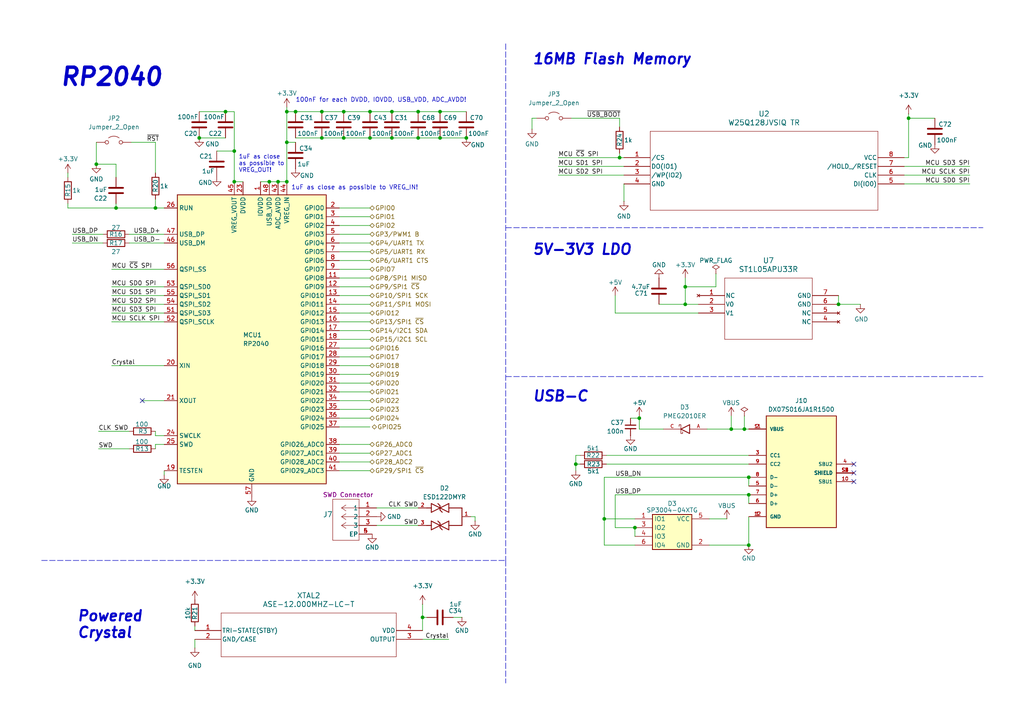
<source format=kicad_sch>
(kicad_sch (version 20250114) (generator "eeschema") (generator_version "9.0")
  (paper "A4")
  (title_block (title "RP2040 Standard") (company "Porto Space Team") (comment 1 "Miguel Amorim"))
  (lib_symbols
    (symbol "16MB_Flash:W25Q128JVSIQ_TR" (pin_names (offset 0.254))
      (property "Reference" "U" (at 40.64 12.7 0))
      (property "Value" "W25Q128JVSIQ TR" (at 40.64 10.16 0))
      (symbol "W25Q128JVSIQ_TR_0_1"
        (pin input line (at 0 0 0) (length 7.62) (name "/CS") (number "1"))
        (pin bidirectional line (at 0 -2.54 0) (length 7.62) (name "DO(IO1)") (number "2"))
        (pin bidirectional line (at 0 -5.08 0) (length 7.62) (name "/WP(IO2)") (number "3"))
        (pin passive line (at 0 -7.62 0) (length 7.62) (name "GND") (number "4"))
        (pin passive line (at 81.28 0 180) (length 7.62) (name "VCC") (number "8"))
        (pin bidirectional line (at 81.28 -2.54 180) (length 7.62) (name "/HOLD_/RESET") (number "7"))
        (pin input line (at 81.28 -5.08 180) (length 7.62) (name "CLK") (number "6"))
        (pin bidirectional line (at 81.28 -7.62 180) (length 7.62) (name "DI(IO0)") (number "5"))
      )
    )
    (symbol "AS12MHz:ASE-12.000MHZ-LC-T" (pin_names (offset 0.254))
      (property "Reference" "XTAL" (at 33.02 10.16 0))
      (property "Value" "ASE-12.000MHZ-LC-T" (at 33.02 7.62 0))
      (symbol "ASE-12.000MHZ-LC-T_0_1"
        (pin passive line (at 0 0 0) (length 7.62) (name "TRI-STATE(STBY)") (number "1"))
        (pin passive line (at 0 -2.54 0) (length 7.62) (name "GND/CASE") (number "2"))
        (pin power_in line (at 66.04 0 180) (length 7.62) (name "VDD") (number "4"))
        (pin output line (at 66.04 -2.54 180) (length 7.62) (name "OUTPUT") (number "3"))
      )
    )
    (symbol "DX07S016JA1R1500:DX07S016JA1R1500" (pin_names (offset 1.016))
      (property "Reference" "J" (at -9.906 16.002 0))
      (property "Value" "DX07S016JA1R1500" (at -9.652 -17.78 0))
      (symbol "DX07S016JA1R1500_0_0"
        (pin passive line (at -15.24 11.43 0) (length 5.08) (name "VBUS") (number "11"))
        (pin passive line (at -15.24 11.43 0) (length 5.08) (name "VBUS") (number "2"))
        (pin passive line (at -15.24 3.81 0) (length 5.08) (name "CC1") (number "3"))
        (pin passive line (at -15.24 1.27 0) (length 5.08) (name "CC2") (number "9"))
        (pin passive line (at -15.24 -2.54 0) (length 5.08) (name "D-") (number "8"))
        (pin passive line (at -15.24 -5.08 0) (length 5.08) (name "D-") (number "5"))
        (pin passive line (at -15.24 -7.62 0) (length 5.08) (name "D+") (number "7"))
        (pin passive line (at -15.24 -10.16 0) (length 5.08) (name "D+") (number "6"))
        (pin power_in line (at -15.24 -13.97 0) (length 5.08) (name "GND") (number "1"))
        (pin power_in line (at -15.24 -13.97 0) (length 5.08) (name "GND") (number "12"))
        (pin passive line (at 15.24 1.27 180) (length 5.08) (name "SBU2") (number "4"))
        (pin passive line (at 15.24 -1.27 180) (length 5.08) (name "SHIELD") (number "S1"))
        (pin passive line (at 15.24 -1.27 180) (length 5.08) (name "SHIELD") (number "S2"))
        (pin passive line (at 15.24 -1.27 180) (length 5.08) (name "SHIELD") (number "S3"))
        (pin passive line (at 15.24 -1.27 180) (length 5.08) (name "SHIELD") (number "S4"))
        (pin passive line (at 15.24 -1.27 180) (length 5.08) (name "SHIELD") (number "S5"))
        (pin passive line (at 15.24 -1.27 180) (length 5.08) (name "SHIELD") (number "S6"))
        (pin passive line (at 15.24 -3.81 180) (length 5.08) (name "SBU1") (number "10"))
      )
    )
    (symbol "Device:C" (pin_numbers (hide yes)) (pin_names (offset 0.254))
      (property "Reference" "C" (at 0.635 2.54 0))
      (property "Value" "C" (at 0.635 -2.54 0))
      (symbol "C_1_1"
        (pin passive line (at 0 3.81 270) (length 2.794) (name "~") (number "1"))
        (pin passive line (at 0 -3.81 90) (length 2.794) (name "~") (number "2"))
      )
    )
    (symbol "Device:C_Small" (pin_numbers (hide yes)) (pin_names (offset 0.254) (hide yes))
      (property "Reference" "C" (at 0.254 1.778 0))
      (property "Value" "C_Small" (at 0.254 -2.032 0))
      (symbol "C_Small_1_1"
        (pin passive line (at 0 2.54 270) (length 2.032) (name "~") (number "1"))
        (pin passive line (at 0 -2.54 90) (length 2.032) (name "~") (number "2"))
      )
    )
    (symbol "Device:R" (pin_numbers (hide yes)) (pin_names (offset 0))
      (property "Reference" "R" (at 2.032 0 90))
      (property "Value" "R" (at 0 0 90))
      (symbol "R_1_1"
        (pin passive line (at 0 3.81 270) (length 1.27) (name "~") (number "1"))
        (pin passive line (at 0 -3.81 90) (length 1.27) (name "~") (number "2"))
      )
    )
    (symbol "ESD122DMYR:ESD122DMYR" (pin_names (offset 1.016))
      (property "Reference" "D" (at -7.62 5.08 0))
      (property "Value" "ESD122DMYR" (at -7.62 -7.62 0))
      (symbol "ESD122DMYR_0_0"
        (pin passive line (at -7.62 2.54 0) (length 2.54) (name "~") (number "2"))
        (pin passive line (at -7.62 -2.54 0) (length 2.54) (name "~") (number "3"))
        (pin power_in line (at 7.62 0 180) (length 2.54) (name "~") (number "1"))
      )
    )
    (symbol "Jumper:Jumper_2_Open" (pin_numbers (hide yes)) (pin_names (offset 0) (hide yes))
      (property "Reference" "JP" (at 0 2.794 0))
      (property "Value" "Jumper_2_Open" (at 0 -2.286 0))
      (symbol "Jumper_2_Open_1_1"
        (pin passive line (at -5.08 0 0) (length 2.54) (name "A") (number "1"))
        (pin passive line (at 5.08 0 180) (length 2.54) (name "B") (number "2"))
      )
    )
    (symbol "LDO_ST1L05A:ST1L05APU33R" (pin_names (offset 0.254))
      (property "Reference" "U" (at 20.32 10.16 0))
      (property "Value" "ST1L05APU33R" (at 20.32 7.62 0))
      (symbol "ST1L05APU33R_0_1"
        (pin no_connect line (at 0 0 0) (length 7.62) (name "NC") (number "1"))
        (pin passive line (at 0 -2.54 0) (length 7.62) (name "V0") (number "2"))
        (pin passive line (at 0 -5.08 0) (length 7.62) (name "V1") (number "3"))
        (pin passive line (at 40.64 0 180) (length 7.62) (name "GND") (number "7"))
        (pin passive line (at 40.64 -2.54 180) (length 7.62) (name "GND") (number "6"))
        (pin no_connect line (at 40.64 -5.08 180) (length 7.62) (name "NC") (number "5"))
        (pin no_connect line (at 40.64 -7.62 180) (length 7.62) (name "NC") (number "4"))
      )
    )
    (symbol "MCU_RaspberryPi:RP2040"
      (property "Reference" "U" (at 17.78 45.72 0))
      (property "Value" "RP2040" (at 17.78 43.18 0))
      (symbol "RP2040_1_1"
        (pin input line (at -25.4 38.1 0) (length 3.81) (name "RUN") (number "26"))
        (pin bidirectional line (at -25.4 30.48 0) (length 3.81) (name "USB_DP") (number "47"))
        (pin bidirectional line (at -25.4 27.94 0) (length 3.81) (name "USB_DM") (number "46"))
        (pin bidirectional line (at -25.4 20.32 0) (length 3.81) (name "QSPI_SS") (number "56"))
        (pin bidirectional line (at -25.4 15.24 0) (length 3.81) (name "QSPI_SD0") (number "53"))
        (pin bidirectional line (at -25.4 12.7 0) (length 3.81) (name "QSPI_SD1") (number "55"))
        (pin bidirectional line (at -25.4 10.16 0) (length 3.81) (name "QSPI_SD2") (number "54"))
        (pin bidirectional line (at -25.4 7.62 0) (length 3.81) (name "QSPI_SD3") (number "51"))
        (pin output line (at -25.4 5.08 0) (length 3.81) (name "QSPI_SCLK") (number "52"))
        (pin input line (at -25.4 -7.62 0) (length 3.81) (name "XIN") (number "20"))
        (pin passive line (at -25.4 -17.78 0) (length 3.81) (name "XOUT") (number "21"))
        (pin input line (at -25.4 -27.94 0) (length 3.81) (name "SWCLK") (number "24"))
        (pin bidirectional line (at -25.4 -30.48 0) (length 3.81) (name "SWD") (number "25"))
        (pin input line (at -25.4 -38.1 0) (length 3.81) (name "TESTEN") (number "19"))
        (pin power_out line (at -5.08 45.72 270) (length 3.81) (name "VREG_VOUT") (number "45"))
        (pin power_in line (at -2.54 45.72 270) (length 3.81) (name "DVDD") (number "23"))
        (pin passive line (at -2.54 45.72 270) (length 3.81) (hide yes) (name "DVDD") (number "50"))
        (pin power_in line (at 0 -45.72 90) (length 3.81) (name "GND") (number "57"))
        (pin power_in line (at 2.54 45.72 270) (length 3.81) (name "IOVDD") (number "1"))
        (pin passive line (at 2.54 45.72 270) (length 3.81) (hide yes) (name "IOVDD") (number "10"))
        (pin passive line (at 2.54 45.72 270) (length 3.81) (hide yes) (name "IOVDD") (number "22"))
        (pin passive line (at 2.54 45.72 270) (length 3.81) (hide yes) (name "IOVDD") (number "33"))
        (pin passive line (at 2.54 45.72 270) (length 3.81) (hide yes) (name "IOVDD") (number "42"))
        (pin passive line (at 2.54 45.72 270) (length 3.81) (hide yes) (name "IOVDD") (number "49"))
        (pin power_in line (at 5.08 45.72 270) (length 3.81) (name "USB_VDD") (number "48"))
        (pin power_in line (at 7.62 45.72 270) (length 3.81) (name "ADC_AVDD") (number "43"))
        (pin power_in line (at 10.16 45.72 270) (length 3.81) (name "VREG_IN") (number "44"))
        (pin bidirectional line (at 25.4 38.1 180) (length 3.81) (name "GPIO0") (number "2"))
        (pin bidirectional line (at 25.4 35.56 180) (length 3.81) (name "GPIO1") (number "3"))
        (pin bidirectional line (at 25.4 33.02 180) (length 3.81) (name "GPIO2") (number "4"))
        (pin bidirectional line (at 25.4 30.48 180) (length 3.81) (name "GPIO3") (number "5"))
        (pin bidirectional line (at 25.4 27.94 180) (length 3.81) (name "GPIO4") (number "6"))
        (pin bidirectional line (at 25.4 25.4 180) (length 3.81) (name "GPIO5") (number "7"))
        (pin bidirectional line (at 25.4 22.86 180) (length 3.81) (name "GPIO6") (number "8"))
        (pin bidirectional line (at 25.4 20.32 180) (length 3.81) (name "GPIO7") (number "9"))
        (pin bidirectional line (at 25.4 17.78 180) (length 3.81) (name "GPIO8") (number "11"))
        (pin bidirectional line (at 25.4 15.24 180) (length 3.81) (name "GPIO9") (number "12"))
        (pin bidirectional line (at 25.4 12.7 180) (length 3.81) (name "GPIO10") (number "13"))
        (pin bidirectional line (at 25.4 10.16 180) (length 3.81) (name "GPIO11") (number "14"))
        (pin bidirectional line (at 25.4 7.62 180) (length 3.81) (name "GPIO12") (number "15"))
        (pin bidirectional line (at 25.4 5.08 180) (length 3.81) (name "GPIO13") (number "16"))
        (pin bidirectional line (at 25.4 2.54 180) (length 3.81) (name "GPIO14") (number "17"))
        (pin bidirectional line (at 25.4 0 180) (length 3.81) (name "GPIO15") (number "18"))
        (pin bidirectional line (at 25.4 -2.54 180) (length 3.81) (name "GPIO16") (number "27"))
        (pin bidirectional line (at 25.4 -5.08 180) (length 3.81) (name "GPIO17") (number "28"))
        (pin bidirectional line (at 25.4 -7.62 180) (length 3.81) (name "GPIO18") (number "29"))
        (pin bidirectional line (at 25.4 -10.16 180) (length 3.81) (name "GPIO19") (number "30"))
        (pin bidirectional line (at 25.4 -12.7 180) (length 3.81) (name "GPIO20") (number "31"))
        (pin bidirectional line (at 25.4 -15.24 180) (length 3.81) (name "GPIO21") (number "32"))
        (pin bidirectional line (at 25.4 -17.78 180) (length 3.81) (name "GPIO22") (number "34"))
        (pin bidirectional line (at 25.4 -20.32 180) (length 3.81) (name "GPIO23") (number "35"))
        (pin bidirectional line (at 25.4 -22.86 180) (length 3.81) (name "GPIO24") (number "36"))
        (pin bidirectional line (at 25.4 -25.4 180) (length 3.81) (name "GPIO25") (number "37"))
        (pin bidirectional line (at 25.4 -30.48 180) (length 3.81) (name "GPIO26_ADC0") (number "38"))
        (pin bidirectional line (at 25.4 -33.02 180) (length 3.81) (name "GPIO27_ADC1") (number "39"))
        (pin bidirectional line (at 25.4 -35.56 180) (length 3.81) (name "GPIO28_ADC2") (number "40"))
        (pin bidirectional line (at 25.4 -38.1 180) (length 3.81) (name "GPIO29_ADC3") (number "41"))
      )
    )
    (symbol "PMEG2010ER:PMEG2010ER" (pin_names (offset 1.016))
      (property "Reference" "D" (at -1.27 2.54 0))
      (property "Value" "PMEG2010ER" (at -6.858 -3.302 0))
      (symbol "PMEG2010ER_0_0"
        (pin passive line (at -6.35 0 0) (length 5.08) (name "~") (number "A"))
        (pin passive line (at 6.35 0 180) (length 5.08) (name "~") (number "C"))
      )
    )
    (symbol "SP3004-04XTG:SP3004-04XTG"
      (property "Reference" "D" (at 4.826 7.112 0))
      (property "Value" "SP3004-04XTG" (at 4.826 4.572 0))
      (symbol "SP3004-04XTG_1_1"
        (pin passive line (at 0 0 0) (length 5.08) (name "IO1") (number "1"))
        (pin passive line (at 0 -2.54 0) (length 5.08) (name "IO2") (number "3"))
        (pin passive line (at 0 -5.08 0) (length 5.08) (name "IO3") (number "4"))
        (pin passive line (at 0 -7.62 0) (length 5.08) (name "IO4") (number "6"))
        (pin passive line (at 21.59 0 180) (length 5.08) (name "VCC") (number "5"))
        (pin passive line (at 21.59 -7.62 180) (length 5.08) (name "GND") (number "2"))
      )
    )
    (symbol "SWD_Con:BM03B-SRSS-TBLFSN" (pin_names (offset 0.254))
      (property "Reference" "J" (at 8.89 6.35 0))
      (property "Value" "BM03B-SRSS-TBLFSN" (at 0 0 0))
      (symbol "BM03B-SRSS-TBLFSN_1_1"
        (pin passive line (at 0 0 0) (length 5.08) (name "1") (number "1"))
        (pin passive line (at 0 -2.54 0) (length 5.08) (name "2") (number "2"))
        (pin passive line (at 0 -5.08 0) (length 5.08) (name "3") (number "3"))
        (pin passive line (at 1.27 -7.62 0) (length 3.81) (name "EP") (number "4"))
        (pin passive line (at 1.27 -7.62 0) (length 3.81) (name "EP") (number "5"))
      )
      (symbol "BM03B-SRSS-TBLFSN_1_2"
        (pin passive line (at 0 0 0) (length 5.08) (name "1") (number "1"))
        (pin passive line (at 0 -2.54 0) (length 5.08) (name "2") (number "2"))
        (pin passive line (at 0 -5.08 0) (length 5.08) (name "3") (number "3"))
      )
    )
    (symbol "power:+3.3V" (power) (pin_numbers (hide yes)) (pin_names (offset 0) (hide yes))
      (property "Value" "+3.3V" (at 0 3.556 0))
      (symbol "+3.3V_1_1"
        (pin power_in line (at 0 0 90) (length 0) (name "~") (number "1"))
      )
    )
    (symbol "power:+5V" (power) (pin_numbers (hide yes)) (pin_names (offset 0) (hide yes))
      (property "Value" "+5V" (at 0 3.556 0))
      (symbol "+5V_1_1"
        (pin power_in line (at 0 0 90) (length 0) (name "~") (number "1"))
      )
    )
    (symbol "power:GND" (power) (pin_numbers (hide yes)) (pin_names (offset 0) (hide yes))
      (property "Value" "GND" (at 0 -3.81 0))
      (symbol "GND_1_1"
        (pin power_in line (at 0 0 270) (length 0) (name "~") (number "1"))
      )
    )
    (symbol "power:PWR_FLAG" (power) (pin_numbers (hide yes)) (pin_names (offset 0) (hide yes))
      (property "Value" "PWR_FLAG" (at 0 3.81 0))
      (symbol "PWR_FLAG_0_0"
        (pin power_out line (at 0 0 90) (length 0) (name "~") (number "1"))
      )
    )
  )
  (text "5V-3V3 LDO" (at 154.305 74.295 0) (effects (font (size 3 3) (bold yes) (italic yes)) (justify left bottom)))
  (text "USB-C" (at 154.305 116.84 0) (effects (font (size 3 3) (bold yes) (italic yes)) (justify left bottom)))
  (text "1uF as close \nas possible to \nVREG_OUT!" (at 69.215 50.165 0) (effects (font (size 1.2 1.2)) (justify left bottom)))
  (text "16MB Flash Memory" (at 154.305 19.05 0) (effects (font (size 3 3) (bold yes) (italic yes)) (justify left bottom)))
  (text "Powered\nCrystal" (at 22.225 185.42 0) (effects (font (size 3 3) (bold yes) (italic yes)) (justify left bottom)))
  (text "100nF for each DVDD, IOVDD, USB_VDD, ADC_AVDD!" (at 85.725 29.845 0) (effects (font (size 1.27 1.27)) (justify left bottom)))
  (text "RP2040" (at 17.145 25.4 0) (effects (font (size 5 5) (thickness 1) (bold yes) (italic yes)) (justify left bottom)))
  (text "1uF as close as possible to VREG_IN!" (at 84.455 55.245 0) (effects (font (size 1.27 1.27)) (justify left bottom)))
  (junction (at 121.285 40.005))
  (junction (at 85.725 32.385))
  (junction (at 27.94 47.625))
  (junction (at 57.785 40.005))
  (junction (at 135.255 40.005))
  (junction (at 93.345 40.005))
  (junction (at 217.17 158.115))
  (junction (at 33.655 60.325))
  (junction (at 83.185 41.275))
  (junction (at 127.635 32.385))
  (junction (at 99.695 40.005))
  (junction (at 45.085 60.325))
  (junction (at 78.105 52.705))
  (junction (at 175.26 150.495))
  (junction (at 217.17 143.51))
  (junction (at 263.525 34.29))
  (junction (at 184.15 153.035))
  (junction (at 198.755 83.185))
  (junction (at 179.705 45.72))
  (junction (at 99.695 32.385))
  (junction (at 127.635 40.005))
  (junction (at 67.945 52.705))
  (junction (at 80.645 52.705))
  (junction (at 113.665 32.385))
  (junction (at 167.005 134.62))
  (junction (at 83.185 32.385))
  (junction (at 113.665 40.005))
  (junction (at 107.315 32.385))
  (junction (at 212.09 124.46))
  (junction (at 93.345 32.385))
  (junction (at 215.9 124.46))
  (junction (at 107.315 40.005))
  (junction (at 122.555 179.07))
  (junction (at 83.185 52.705))
  (junction (at 198.755 88.265))
  (junction (at 217.17 138.43))
  (junction (at 185.42 121.285))
  (junction (at 243.205 88.265))
  (junction (at 65.405 32.385))
  (junction (at 67.945 43.815))
  (junction (at 121.285 32.385))
  (no_connect (at 247.65 137.16))
  (no_connect (at 247.65 139.7))
  (no_connect (at 41.275 116.205))
  (no_connect (at 247.65 134.62))
  (wire (pts (xy 98.425 67.945) (xy 107.315 67.945)))
  (wire (pts (xy 98.425 121.285) (xy 107.315 121.285)))
  (wire (pts (xy 28.575 130.175) (xy 37.465 130.175)))
  (wire (pts (xy 217.17 149.86) (xy 217.17 158.115)))
  (wire (pts (xy 263.525 34.29) (xy 271.145 34.29)))
  (wire (pts (xy 67.945 52.705) (xy 70.485 52.705)))
  (wire (pts (xy 41.275 116.205) (xy 47.625 116.205)))
  (wire (pts (xy 122.555 175.26) (xy 122.555 179.07)))
  (wire (pts (xy 98.425 98.425) (xy 107.315 98.425)))
  (wire (pts (xy 45.085 41.275) (xy 45.085 50.165)))
  (wire (pts (xy 83.185 41.275) (xy 83.185 52.705)))
  (wire (pts (xy 165.735 34.29) (xy 179.705 34.29)))
  (wire (pts (xy 98.425 65.405) (xy 107.315 65.405)))
  (wire (pts (xy 198.755 83.185) (xy 198.755 88.265)))
  (wire (pts (xy 98.425 133.985) (xy 107.315 133.985)))
  (polyline (pts (xy 146.685 12.7) (xy 146.685 162.56)) (stroke (width 0) (type dash)))
  (wire (pts (xy 45.085 130.175) (xy 45.085 128.905)))
  (wire (pts (xy 32.385 83.185) (xy 47.625 83.185)))
  (wire (pts (xy 38.1 41.275) (xy 45.085 41.275)))
  (wire (pts (xy 67.945 32.385) (xy 65.405 32.385)))
  (wire (pts (xy 98.425 118.745) (xy 107.315 118.745)))
  (wire (pts (xy 32.385 106.045) (xy 47.625 106.045)))
  (wire (pts (xy 28.575 125.095) (xy 37.465 125.095)))
  (wire (pts (xy 168.275 134.62) (xy 167.005 134.62)))
  (wire (pts (xy 137.795 149.86) (xy 137.795 151.13)))
  (wire (pts (xy 98.425 116.205) (xy 107.315 116.205)))
  (wire (pts (xy 127.635 32.385) (xy 135.255 32.385)))
  (wire (pts (xy 56.515 181.61) (xy 56.515 182.88)))
  (wire (pts (xy 121.285 40.005) (xy 127.635 40.005)))
  (polyline (pts (xy 146.685 66.04) (xy 285.115 66.04)) (stroke (width 0) (type dash)))
  (wire (pts (xy 98.425 93.345) (xy 107.315 93.345)))
  (wire (pts (xy 98.425 131.445) (xy 107.315 131.445)))
  (wire (pts (xy 113.665 40.005) (xy 121.285 40.005)))
  (wire (pts (xy 175.895 134.62) (xy 217.17 134.62)))
  (wire (pts (xy 175.26 138.43) (xy 217.17 138.43)))
  (wire (pts (xy 75.565 52.705) (xy 78.105 52.705)))
  (wire (pts (xy 98.425 128.905) (xy 107.315 128.905)))
  (wire (pts (xy 167.005 136.525) (xy 167.005 134.62)))
  (wire (pts (xy 93.345 32.385) (xy 85.725 32.385)))
  (wire (pts (xy 263.525 45.72) (xy 263.525 34.29)))
  (wire (pts (xy 243.205 88.265) (xy 249.555 88.265)))
  (polyline (pts (xy 146.685 162.56) (xy 146.685 198.12)) (stroke (width 0) (type dash)))
  (wire (pts (xy 56.515 185.42) (xy 56.515 187.96)))
  (wire (pts (xy 180.975 53.34) (xy 180.975 58.42)))
  (wire (pts (xy 198.755 88.265) (xy 202.565 88.265)))
  (wire (pts (xy 185.42 120.65) (xy 185.42 121.285)))
  (wire (pts (xy 32.385 93.345) (xy 47.625 93.345)))
  (wire (pts (xy 98.425 70.485) (xy 107.315 70.485)))
  (wire (pts (xy 32.385 85.725) (xy 47.625 85.725)))
  (wire (pts (xy 27.94 41.275) (xy 27.94 47.625)))
  (wire (pts (xy 98.425 95.885) (xy 107.315 95.885)))
  (wire (pts (xy 207.645 83.185) (xy 207.645 79.375)))
  (wire (pts (xy 98.425 88.265) (xy 107.315 88.265)))
  (wire (pts (xy 121.285 32.385) (xy 113.665 32.385)))
  (wire (pts (xy 33.655 47.625) (xy 33.655 51.435)))
  (wire (pts (xy 175.895 132.08) (xy 217.17 132.08)))
  (wire (pts (xy 178.435 90.805) (xy 202.565 90.805)))
  (wire (pts (xy 32.385 78.105) (xy 47.625 78.105)))
  (wire (pts (xy 262.255 50.8) (xy 281.305 50.8)))
  (wire (pts (xy 113.665 32.385) (xy 107.315 32.385)))
  (wire (pts (xy 175.26 158.115) (xy 184.15 158.115)))
  (wire (pts (xy 109.22 147.32) (xy 121.285 147.32)))
  (wire (pts (xy 98.425 100.965) (xy 107.315 100.965)))
  (wire (pts (xy 45.085 57.785) (xy 45.085 60.325)))
  (wire (pts (xy 32.385 90.805) (xy 47.625 90.805)))
  (wire (pts (xy 182.88 121.285) (xy 185.42 121.285)))
  (wire (pts (xy 262.255 48.26) (xy 281.305 48.26)))
  (wire (pts (xy 212.09 124.46) (xy 215.9 124.46)))
  (wire (pts (xy 155.575 34.29) (xy 154.305 34.29)))
  (wire (pts (xy 85.725 40.005) (xy 93.345 40.005)))
  (wire (pts (xy 98.425 73.025) (xy 107.315 73.025)))
  (wire (pts (xy 217.17 143.51) (xy 217.17 146.05)))
  (wire (pts (xy 180.975 48.26) (xy 161.925 48.26)))
  (wire (pts (xy 19.685 50.165) (xy 19.685 51.435)))
  (wire (pts (xy 45.085 126.365) (xy 47.625 126.365)))
  (wire (pts (xy 98.425 83.185) (xy 107.315 83.185)))
  (wire (pts (xy 167.005 132.08) (xy 168.275 132.08)))
  (wire (pts (xy 184.15 153.035) (xy 184.15 155.575)))
  (wire (pts (xy 19.685 60.325) (xy 19.685 59.055)))
  (wire (pts (xy 215.9 124.46) (xy 217.17 124.46)))
  (wire (pts (xy 98.425 103.505) (xy 107.315 103.505)))
  (wire (pts (xy 99.695 40.005) (xy 107.315 40.005)))
  (wire (pts (xy 205.105 124.46) (xy 212.09 124.46)))
  (wire (pts (xy 178.435 143.51) (xy 178.435 153.035)))
  (wire (pts (xy 185.42 124.46) (xy 192.405 124.46)))
  (wire (pts (xy 175.26 150.495) (xy 184.15 150.495)))
  (wire (pts (xy 57.785 40.005) (xy 65.405 40.005)))
  (wire (pts (xy 98.425 111.125) (xy 107.315 111.125)))
  (wire (pts (xy 45.085 126.365) (xy 45.085 125.095)))
  (wire (pts (xy 122.555 185.42) (xy 130.175 185.42)))
  (wire (pts (xy 83.185 41.275) (xy 85.725 41.275)))
  (wire (pts (xy 98.425 113.665) (xy 107.315 113.665)))
  (wire (pts (xy 205.74 150.495) (xy 210.82 150.495)))
  (wire (pts (xy 191.135 88.265) (xy 198.755 88.265)))
  (wire (pts (xy 179.705 36.83) (xy 179.705 34.29)))
  (wire (pts (xy 78.105 52.705) (xy 80.645 52.705)))
  (wire (pts (xy 262.255 45.72) (xy 263.525 45.72)))
  (wire (pts (xy 32.385 88.265) (xy 47.625 88.265)))
  (wire (pts (xy 45.085 60.325) (xy 47.625 60.325)))
  (wire (pts (xy 178.435 153.035) (xy 184.15 153.035)))
  (wire (pts (xy 98.425 106.045) (xy 107.315 106.045)))
  (wire (pts (xy 37.465 70.485) (xy 47.625 70.485)))
  (wire (pts (xy 161.925 45.72) (xy 179.705 45.72)))
  (wire (pts (xy 180.975 50.8) (xy 161.925 50.8)))
  (wire (pts (xy 127.635 40.005) (xy 135.255 40.005)))
  (wire (pts (xy 20.955 67.945) (xy 29.845 67.945)))
  (wire (pts (xy 98.425 62.865) (xy 107.315 62.865)))
  (wire (pts (xy 107.315 32.385) (xy 99.695 32.385)))
  (wire (pts (xy 175.26 150.495) (xy 175.26 158.115)))
  (wire (pts (xy 167.005 134.62) (xy 167.005 132.08)))
  (wire (pts (xy 98.425 75.565) (xy 107.315 75.565)))
  (wire (pts (xy 33.655 60.325) (xy 45.085 60.325)))
  (wire (pts (xy 93.345 40.005) (xy 99.695 40.005)))
  (wire (pts (xy 154.305 34.29) (xy 154.305 37.465)))
  (wire (pts (xy 20.955 70.485) (xy 29.845 70.485)))
  (wire (pts (xy 136.525 149.86) (xy 137.795 149.86)))
  (wire (pts (xy 57.785 32.385) (xy 65.405 32.385)))
  (wire (pts (xy 217.17 138.43) (xy 217.17 140.97)))
  (wire (pts (xy 127.635 32.385) (xy 121.285 32.385)))
  (wire (pts (xy 122.555 179.07) (xy 122.555 182.88)))
  (wire (pts (xy 80.645 52.705) (xy 83.185 52.705)))
  (wire (pts (xy 215.9 120.65) (xy 215.9 124.46)))
  (wire (pts (xy 98.425 123.825) (xy 107.315 123.825)))
  (wire (pts (xy 85.725 32.385) (xy 83.185 32.385)))
  (wire (pts (xy 83.185 32.385) (xy 83.185 41.275)))
  (wire (pts (xy 262.255 53.34) (xy 281.305 53.34)))
  (wire (pts (xy 179.705 45.72) (xy 180.975 45.72)))
  (wire (pts (xy 99.695 32.385) (xy 93.345 32.385)))
  (wire (pts (xy 98.425 108.585) (xy 107.315 108.585)))
  (wire (pts (xy 185.42 121.285) (xy 185.42 124.46)))
  (wire (pts (xy 67.945 43.815) (xy 67.945 32.385)))
  (wire (pts (xy 98.425 90.805) (xy 107.315 90.805)))
  (wire (pts (xy 33.655 60.325) (xy 33.655 59.055)))
  (wire (pts (xy 33.655 60.325) (xy 19.685 60.325)))
  (wire (pts (xy 98.425 78.105) (xy 107.315 78.105)))
  (wire (pts (xy 107.315 40.005) (xy 113.665 40.005)))
  (wire (pts (xy 47.625 137.795) (xy 47.625 136.525)))
  (wire (pts (xy 98.425 85.725) (xy 107.315 85.725)))
  (polyline (pts (xy 146.685 109.22) (xy 285.115 109.22)) (stroke (width 0) (type dash)))
  (wire (pts (xy 178.435 143.51) (xy 217.17 143.51)))
  (wire (pts (xy 243.205 85.725) (xy 243.205 88.265)))
  (polyline (pts (xy 12.065 162.56) (xy 146.685 162.56)) (stroke (width 0) (type dash)))
  (wire (pts (xy 45.085 128.905) (xy 47.625 128.905)))
  (wire (pts (xy 98.425 136.525) (xy 107.315 136.525)))
  (wire (pts (xy 122.555 179.07) (xy 123.825 179.07)))
  (wire (pts (xy 205.74 158.115) (xy 217.17 158.115)))
  (wire (pts (xy 179.705 44.45) (xy 179.705 45.72)))
  (wire (pts (xy 83.185 31.115) (xy 83.185 32.385)))
  (wire (pts (xy 98.425 80.645) (xy 107.315 80.645)))
  (wire (pts (xy 27.94 47.625) (xy 33.655 47.625)))
  (wire (pts (xy 98.425 60.325) (xy 107.315 60.325)))
  (wire (pts (xy 212.09 120.65) (xy 212.09 124.46)))
  (wire (pts (xy 178.435 85.725) (xy 178.435 90.805)))
  (wire (pts (xy 198.755 80.645) (xy 198.755 83.185)))
  (wire (pts (xy 263.525 34.29) (xy 263.525 33.02)))
  (wire (pts (xy 62.865 43.815) (xy 67.945 43.815)))
  (wire (pts (xy 37.465 67.945) (xy 47.625 67.945)))
  (wire (pts (xy 109.22 152.4) (xy 121.285 152.4)))
  (wire (pts (xy 198.755 83.185) (xy 207.645 83.185)))
  (wire (pts (xy 131.445 179.07) (xy 133.985 179.07)))
  (wire (pts (xy 175.26 138.43) (xy 175.26 150.495)))
  (wire (pts (xy 67.945 43.815) (xy 67.945 52.705)))
  (label "USB_DP" (at 178.435 143.51 0))
  (label "MCU SCLK SPI" (at 281.305 50.8 180))
  (label "MCU SD3 SPI" (at 281.305 48.26 180))
  (label "SWD" (at 121.285 152.4 180))
  (label "~{USB_BOOT}" (at 170.18 34.29 0))
  (label "CLK SWD" (at 121.285 147.32 180))
  (label "~{RST}" (at 42.545 41.275 0))
  (label "MCU ~{CS} SPI" (at 32.385 78.105 0))
  (label "USB_DN" (at 20.955 70.485 0))
  (label "MCU SCLK SPI" (at 32.385 93.345 0))
  (label "Crystal" (at 130.175 185.42 180))
  (label "MCU SD0 SPI" (at 32.385 83.185 0))
  (label "USB_DP" (at 20.955 67.945 0))
  (label "USB_DN" (at 178.435 138.43 0))
  (label "MCU SD0 SPI" (at 281.305 53.34 180))
  (label "MCU SD2 SPI" (at 32.385 88.265 0))
  (label "USB_D+" (at 38.735 67.945 0))
  (label "SWD" (at 28.575 130.175 0))
  (label "MCU SD2 SPI" (at 161.925 50.8 0))
  (label "MCU SD1 SPI" (at 161.925 48.26 0))
  (label "CLK SWD" (at 28.575 125.095 0))
  (label "MCU ~{CS} SPI" (at 161.925 45.72 0))
  (label "USB_D-" (at 38.735 70.485 0))
  (label "MCU SD1 SPI" (at 32.385 85.725 0))
  (label "Crystal" (at 32.385 106.045 0))
  (label "MCU SD3 SPI" (at 32.385 90.805 0))
  (hierarchical_label "GP13{slash}SPI1 ~{CS}" (shape bidirectional) (at 107.315 93.345 0))
  (hierarchical_label "GPIO16" (shape bidirectional) (at 107.315 100.965 0))
  (hierarchical_label "GPIO21" (shape bidirectional) (at 107.315 113.665 0))
  (hierarchical_label "GP15{slash}I2C1 SCL" (shape bidirectional) (at 107.315 98.425 0))
  (hierarchical_label "GP11{slash}SPI1 MOSI" (shape bidirectional) (at 107.315 88.265 0))
  (hierarchical_label "GP29{slash}SPI1 ~{CS}" (shape bidirectional) (at 107.315 136.525 0))
  (hierarchical_label "GPIO20" (shape bidirectional) (at 107.315 111.125 0))
  (hierarchical_label "GPIO0" (shape bidirectional) (at 107.315 60.325 0))
  (hierarchical_label "GPIO2" (shape bidirectional) (at 107.315 65.405 0))
  (hierarchical_label "GP28_ADC2" (shape bidirectional) (at 107.315 133.985 0))
  (hierarchical_label "GPIO17" (shape bidirectional) (at 107.315 103.505 0))
  (hierarchical_label "GP9{slash}SPI1 ~{CS}" (shape bidirectional) (at 107.315 83.185 0))
  (hierarchical_label "GPIO12" (shape bidirectional) (at 107.315 90.805 0))
  (hierarchical_label "GPIO22" (shape bidirectional) (at 107.315 116.205 0))
  (hierarchical_label "GP5{slash}UART1 RX" (shape bidirectional) (at 107.315 73.025 0))
  (hierarchical_label "GPIO25" (shape bidirectional) (at 107.95 123.825 0))
  (hierarchical_label "GP6{slash}UART1 CTS" (shape bidirectional) (at 107.315 75.565 0))
  (hierarchical_label "GP3{slash}PWM1 B" (shape bidirectional) (at 107.315 67.945 0))
  (hierarchical_label "GP10{slash}SPI1 SCK" (shape bidirectional) (at 107.315 85.725 0))
  (hierarchical_label "GP27_ADC1" (shape bidirectional) (at 107.315 131.445 0))
  (hierarchical_label "GPIO1" (shape bidirectional) (at 107.315 62.865 0))
  (hierarchical_label "GPIO24" (shape bidirectional) (at 107.315 121.285 0))
  (hierarchical_label "GPIO23" (shape bidirectional) (at 107.315 118.745 0))
  (hierarchical_label "GP26_ADC0" (shape bidirectional) (at 107.315 128.905 0))
  (hierarchical_label "GPIO18" (shape bidirectional) (at 107.315 106.045 0))
  (hierarchical_label "GP14{slash}I2C1 SDA" (shape bidirectional) (at 107.315 95.885 0))
  (hierarchical_label "GP8{slash}SPI1 MISO" (shape bidirectional) (at 107.315 80.645 0))
  (hierarchical_label "GPIO19" (shape bidirectional) (at 107.315 108.585 0))
  (hierarchical_label "GPIO7" (shape bidirectional) (at 107.315 78.105 0))
  (hierarchical_label "GP4{slash}UART1 TX" (shape bidirectional) (at 107.315 70.485 0))
  (symbol (lib_id "PMEG2010ER:PMEG2010ER") (at 198.755 124.46 180) (unit 1)
    (property "Reference" "D3" (at 198.5645 118.11 0))
    (property "Value" "PMEG2010ER" (at 198.5645 120.65 0))
    (property "Footprint" "Diode-Schottky_PMEG2010ER:SODFL3517X110N" (effects (hide yes)))
    (property "MF" "NXP Semiconductors" (effects (hide yes)))
    (property "Description_1" "Rectifier Diode Schottky 1A Automotive 2-Pin SOD-123W T/R" (effects (hide yes)))
    (property "Package" "SOD-123 Nexperia USA" (effects (hide yes)))
    (property "Price" "None" (effects (hide yes)))
    (property "Check_prices" "https://www.snapeda.com/parts/PMEG2010ER/NXP+Semiconductors/view-part/?ref=eda" (effects (hide yes)))
    (property "STANDARD" "IPC-7351B" (effects (hide yes)))
    (property "PARTREV" "01" (effects (hide yes)))
    (property "SnapEDA_Link" "https://www.snapeda.com/parts/PMEG2010ER/NXP+Semiconductors/view-part/?ref=snap" (effects (hide yes)))
    (property "MP" "PMEG2010ER" (effects (hide yes)))
    (property "Availability" "In Stock" (effects (hide yes)))
    (property "MANUFACTURER" "NEXPERIA" (effects (hide yes)))
  )
  (symbol (lib_id "Device:C_Small") (at 182.88 123.825 0) (mirror y) (unit 1)
    (property "Reference" "C37" (at 180.975 122.555 0) (effects (justify left)))
    (property "Value" "100n" (at 180.975 125.095 0) (effects (justify left)))
    (property "Footprint" "Capacitor-0402:Capacitor_0402" (effects (hide yes)))
    (property "Description" "Unpolarized capacitor, small symbol" (effects (hide yes)))
  )
  (symbol (lib_id "power:GND") (at 62.865 51.435 0) (unit 1)
    (property "Reference" "#PWR094" (effects (hide yes)))
    (property "Value" "GND" (at 59.563 52.959 0))
    (property "Description" "Power symbol creates a global label with name \"GND\" , ground" (effects (hide yes)))
  )
  (symbol (lib_id "power:+5V") (at 210.82 150.495 0) (mirror y) (unit 1)
    (property "Reference" "#PWR0141" (effects (hide yes)))
    (property "Value" "VBUS" (at 210.82 146.685 0))
    (property "Description" "Power symbol creates a global label with name \"+5V\"" (effects (hide yes)))
  )
  (symbol (lib_id "Device:R") (at 56.515 177.8 0) (mirror x) (unit 1)
    (property "Reference" "R21" (at 56.515 175.895 90) (effects (justify left)))
    (property "Value" "10k" (at 54.483 176.022 90) (effects (justify left)))
    (property "Footprint" "Resistor-0402:RES_0402" (effects (hide yes)))
    (property "Description" "Resistor" (effects (hide yes)))
  )
  (symbol (lib_id "power:GND") (at 107.95 154.94 0) (unit 1)
    (property "Reference" "#PWR0116" (effects (hide yes)))
    (property "Value" "GND" (at 107.95 158.75 0))
    (property "Description" "Power symbol creates a global label with name \"GND\" , ground" (effects (hide yes)))
  )
  (symbol (lib_id "Device:C") (at 85.725 45.085 0) (unit 1)
    (property "Reference" "C34" (at 86.741 43.053 0) (effects (justify left)))
    (property "Value" "1uF" (at 86.233 47.625 0) (effects (justify left)))
    (property "Footprint" "Capacitor-0402:Capacitor_0402" (effects (hide yes)))
    (property "Description" "Unpolarized capacitor" (effects (hide yes)))
  )
  (symbol (lib_id "Device:C") (at 62.865 47.625 0) (unit 1)
    (property "Reference" "C21" (at 57.785 45.339 0) (effects (justify left)))
    (property "Value" "1uF" (at 58.547 49.657 0) (effects (justify left)))
    (property "Footprint" "Capacitor-0402:Capacitor_0402" (effects (hide yes)))
    (property "Description" "Unpolarized capacitor" (effects (hide yes)))
  )
  (symbol (lib_id "power:+3.3V") (at 263.525 33.02 0) (unit 1)
    (property "Reference" "#PWR081" (effects (hide yes)))
    (property "Value" "+3.3V" (at 263.525 27.686 0))
    (property "Description" "Power symbol creates a global label with name \"+3.3V\"" (effects (hide yes)))
  )
  (symbol (lib_id "Device:C") (at 57.785 36.195 180) (unit 1)
    (property "Reference" "C20" (at 57.277 38.735 0) (effects (justify left)))
    (property "Value" "100nF" (at 57.531 33.909 0) (effects (justify left)))
    (property "Footprint" "Capacitor-0402:Capacitor_0402" (effects (hide yes)))
    (property "Description" "Unpolarized capacitor" (effects (hide yes)))
  )
  (symbol (lib_id "power:GND") (at 167.005 136.525 0) (mirror y) (unit 1)
    (property "Reference" "#PWR0134" (effects (hide yes)))
    (property "Value" "GND" (at 167.005 140.335 0))
    (property "Description" "Power symbol creates a global label with name \"GND\" , ground" (effects (hide yes)))
  )
  (symbol (lib_id "SWD_Con:BM03B-SRSS-TBLFSN") (at 109.22 147.32 0) (mirror y) (unit 1)
    (property "Reference" "J7" (at 96.52 149.225 0) (effects (font (size 1.524 1.524)) (justify left)))
    (property "Value" "BM03B-SRSS-TBLFSN" (effects (hide yes)))
    (property "Footprint" "CONN_BM03B-SRSS-TBLFSN_JST" (effects (hide yes)))
    (property "Datasheet" "BM03B-SRSS-TBLFSN" (effects (hide yes)))
    (property "Description" "SWD Connector" (at 100.965 143.51 0))
  )
  (symbol (lib_id "Device:C") (at 127.635 179.07 90) (unit 1)
    (property "Reference" "C34" (at 133.985 177.165 90) (effects (justify left)))
    (property "Value" "1uF" (at 133.985 175.26 90) (effects (justify left)))
    (property "Footprint" "Capacitor-0402:Capacitor_0402" (effects (hide yes)))
    (property "Description" "Unpolarized capacitor" (effects (hide yes)))
  )
  (symbol (lib_id "Device:C") (at 271.145 38.1 0) (unit 1)
    (property "Reference" "C72" (at 272.161 36.068 0) (effects (justify left)))
    (property "Value" "100nF" (at 271.653 40.64 0) (effects (justify left)))
    (property "Footprint" "Capacitor-0402:Capacitor_0402" (effects (hide yes)))
    (property "Description" "Unpolarized capacitor" (effects (hide yes)))
  )
  (symbol (lib_id "MCU_RaspberryPi:RP2040") (at 73.025 98.425 0) (unit 1)
    (property "Reference" "MCU1" (at 70.485 97.155 0) (effects (justify left)))
    (property "Value" "RP2040" (at 70.485 99.695 0) (effects (justify left)))
    (property "Footprint" "RP2040:QFN56_7X7_RPI" (effects (hide yes)))
    (property "Datasheet" "https://datasheets.raspberrypi.com/rp2040/rp2040-datasheet.pdf" (effects (hide yes)))
    (property "Description" "A microcontroller by Raspberry Pi" (effects (hide yes)))
  )
  (symbol (lib_id "Device:C") (at 99.695 36.195 0) (unit 1)
    (property "Reference" "C39" (at 100.711 34.163 0) (effects (justify left)))
    (property "Value" "100nF" (at 100.203 38.735 0) (effects (justify left)))
    (property "Footprint" "Capacitor-0402:Capacitor_0402" (effects (hide yes)))
    (property "Description" "Unpolarized capacitor" (effects (hide yes)))
  )
  (symbol (lib_id "power:GND") (at 249.555 88.265 0) (unit 1)
    (property "Reference" "#PWR0144" (effects (hide yes)))
    (property "Value" "GND" (at 249.809 92.583 0))
    (property "Description" "Power symbol creates a global label with name \"GND\" , ground" (effects (hide yes)))
  )
  (symbol (lib_id "Device:R") (at 41.275 125.095 90) (mirror x) (unit 1)
    (property "Reference" "R3" (at 42.799 125.095 90) (effects (justify left)))
    (property "Value" "100" (at 43.053 123.063 90) (effects (justify left)))
    (property "Footprint" "Resistor-0402:RES_0402" (effects (hide yes)))
    (property "Description" "Resistor" (effects (hide yes)))
  )
  (symbol (lib_id "power:GND") (at 182.88 126.365 0) (mirror y) (unit 1)
    (property "Reference" "#PWR0137" (effects (hide yes)))
    (property "Value" "GND" (at 182.88 130.175 0))
    (property "Description" "Power symbol creates a global label with name \"GND\" , ground" (effects (hide yes)))
  )
  (symbol (lib_id "SP3004-04XTG:SP3004-04XTG") (at 184.15 150.495 0) (unit 1)
    (property "Reference" "D3" (at 194.945 146.05 0))
    (property "Value" "SP3004-04XTG" (at 194.945 147.955 0))
    (property "Footprint" "TVS-SP3004:SOT563_LTF" (effects (hide yes)))
    (property "Datasheet" "https://m.littelfuse.com/~/media/electronics/datasheets/tvs_diode_arrays/littelfuse_tvs_diode_array_sp3004_datasheet.pdf.pdf" (effects (hide yes)))
    (property "Description" "LITTELFUSE - SP3004-04XTG - TVS Diode, Unidirectional, 6 V, 15 V, SOT-563, 6 Pins" (effects (hide yes)))
    (property "Height" "0.6" (effects (hide yes)))
    (property "Mouser Part Number" "576-SP3004-04XTG" (effects (hide yes)))
    (property "Mouser Price/Stock" "https://www.mouser.co.uk/ProductDetail/Littelfuse/SP3004-04XTG?qs=trbuaetfxXQ7JjseAkJ3Ww%3D%3D" (effects (hide yes)))
    (property "Manufacturer_Name" "LITTELFUSE" (effects (hide yes)))
    (property "Manufacturer_Part_Number" "SP3004-04XTG" (effects (hide yes)))
  )
  (symbol (lib_id "power:+5V") (at 212.09 120.65 0) (mirror y) (unit 1)
    (property "Reference" "#PWR0142" (effects (hide yes)))
    (property "Value" "VBUS" (at 212.09 116.84 0))
    (property "Description" "Power symbol creates a global label with name \"+5V\"" (effects (hide yes)))
  )
  (symbol (lib_id "Device:C") (at 113.665 36.195 0) (unit 1)
    (property "Reference" "C31" (at 114.427 34.163 0) (effects (justify left)))
    (property "Value" "100nF" (at 114.173 38.735 0) (effects (justify left)))
    (property "Footprint" "Capacitor-0402:Capacitor_0402" (effects (hide yes)))
    (property "Description" "Unpolarized capacitor" (effects (hide yes)))
  )
  (symbol (lib_id "power:+5V") (at 178.435 85.725 0) (unit 1)
    (property "Reference" "#PWR0135" (effects (hide yes)))
    (property "Value" "+5V" (at 178.435 81.915 0))
    (property "Description" "Power symbol creates a global label with name \"+5V\"" (effects (hide yes)))
  )
  (symbol (lib_id "power:GND") (at 217.17 158.115 0) (mirror y) (unit 1)
    (property "Reference" "#PWR0143" (effects (hide yes)))
    (property "Value" "GND" (at 217.17 161.925 0))
    (property "Description" "Power symbol creates a global label with name \"GND\" , ground" (effects (hide yes)))
  )
  (symbol (lib_id "Device:C") (at 127.635 36.195 0) (unit 1)
    (property "Reference" "C69" (at 128.651 34.163 0) (effects (justify left)))
    (property "Value" "100nF" (at 128.143 38.735 0) (effects (justify left)))
    (property "Footprint" "Capacitor-0402:Capacitor_0402" (effects (hide yes)))
    (property "Description" "Unpolarized capacitor" (effects (hide yes)))
  )
  (symbol (lib_id "power:GND") (at 137.795 151.13 0) (unit 1)
    (property "Reference" "#PWR0123" (effects (hide yes)))
    (property "Value" "GND" (at 137.795 154.94 0))
    (property "Description" "Power symbol creates a global label with name \"GND\" , ground" (effects (hide yes)))
  )
  (symbol (lib_id "power:PWR_FLAG") (at 215.9 120.65 0) (unit 1)
    (property "Reference" "#FLG011" (effects (hide yes)))
    (property "Value" "PWR_FLAG" (effects (hide yes)))
    (property "Description" "Special symbol for telling ERC where power comes from" (effects (hide yes)))
  )
  (symbol (lib_id "power:GND") (at 271.145 41.91 0) (unit 1)
    (property "Reference" "#PWR082" (effects (hide yes)))
    (property "Value" "GND" (at 268.351 42.164 0))
    (property "Description" "Power symbol creates a global label with name \"GND\" , ground" (effects (hide yes)))
  )
  (symbol (lib_id "power:GND") (at 47.625 137.795 0) (unit 1)
    (property "Reference" "#PWR084" (effects (hide yes)))
    (property "Value" "GND" (at 47.625 140.97 0))
    (property "Description" "Power symbol creates a global label with name \"GND\" , ground" (effects (hide yes)))
  )
  (symbol (lib_id "power:GND") (at 133.985 179.07 0) (unit 1)
    (property "Reference" "#PWR0124" (effects (hide yes)))
    (property "Value" "GND" (at 133.985 182.88 0))
    (property "Description" "Power symbol creates a global label with name \"GND\" , ground" (effects (hide yes)))
  )
  (symbol (lib_id "power:+3.3V") (at 122.555 175.26 0) (unit 1)
    (property "Reference" "#PWR0119" (effects (hide yes)))
    (property "Value" "+3.3V" (at 122.555 169.926 0))
    (property "Description" "Power symbol creates a global label with name \"+3.3V\"" (effects (hide yes)))
  )
  (symbol (lib_id "power:GND") (at 73.025 144.145 0) (unit 1)
    (property "Reference" "#PWR095" (effects (hide yes)))
    (property "Value" "GND" (at 73.025 147.955 0))
    (property "Description" "Power symbol creates a global label with name \"GND\" , ground" (effects (hide yes)))
  )
  (symbol (lib_id "power:GND") (at 180.975 58.42 0) (unit 1)
    (property "Reference" "#PWR0136" (effects (hide yes)))
    (property "Value" "GND" (at 180.975 62.738 0))
    (property "Description" "Power symbol creates a global label with name \"GND\" , ground" (effects (hide yes)))
  )
  (symbol (lib_id "Jumper:Jumper_2_Open") (at 33.02 41.275 0) (unit 1)
    (property "Reference" "JP2" (at 33.02 34.29 0))
    (property "Value" "Jumper_2_Open" (at 33.02 36.83 0))
    (property "Footprint" "Jumper:SolderJumper-2_P1.3mm_Open_RoundedPad1.0x1.5mm" (effects (hide yes)))
    (property "Description" "Jumper, 2-pole, open" (effects (hide yes)))
  )
  (symbol (lib_id "power:GND") (at 154.305 37.465 0) (unit 1)
    (property "Reference" "#PWR0133" (effects (hide yes)))
    (property "Value" "GND" (at 154.305 41.783 0))
    (property "Description" "Power symbol creates a global label with name \"GND\" , ground" (effects (hide yes)))
  )
  (symbol (lib_id "Device:R") (at 33.655 70.485 90) (mirror x) (unit 1)
    (property "Reference" "R17" (at 35.56 70.485 90) (effects (justify left)))
    (property "Value" "27" (at 34.925 73.025 90) (effects (justify left)))
    (property "Footprint" "Resistor-0402:RES_0402" (effects (hide yes)))
    (property "Description" "Resistor" (effects (hide yes)))
  )
  (symbol (lib_id "Device:C") (at 65.405 36.195 180) (unit 1)
    (property "Reference" "C22" (at 64.389 38.735 0) (effects (justify left)))
    (property "Value" "100nF" (at 65.151 33.909 0) (effects (justify left)))
    (property "Footprint" "Capacitor-0402:Capacitor_0402" (effects (hide yes)))
    (property "Description" "Unpolarized capacitor" (effects (hide yes)))
  )
  (symbol (lib_id "Device:C") (at 191.135 84.455 0) (mirror y) (unit 1)
    (property "Reference" "C71" (at 187.96 85.09 0) (effects (justify left)))
    (property "Value" "4.7uF" (at 188.595 83.185 0) (effects (justify left)))
    (property "Footprint" "Capacitor-0603:Capacitor_0603" (effects (hide yes)))
    (property "Description" "Unpolarized capacitor" (effects (hide yes)))
  )
  (symbol (lib_id "power:GND") (at 57.785 40.005 0) (unit 1)
    (property "Reference" "#PWR092" (effects (hide yes)))
    (property "Value" "GND" (at 61.595 41.783 0))
    (property "Description" "Power symbol creates a global label with name \"GND\" , ground" (effects (hide yes)))
  )
  (symbol (lib_id "Device:R") (at 179.705 40.64 0) (unit 1)
    (property "Reference" "R24" (at 179.705 42.545 90) (effects (justify left)))
    (property "Value" "1k" (at 180.975 40.64 0) (effects (justify left)))
    (property "Footprint" "Resistor-0402:RES_0402" (effects (hide yes)))
    (property "Description" "Resistor" (effects (hide yes)))
  )
  (symbol (lib_id "power:PWR_FLAG") (at 207.645 79.375 0) (unit 1)
    (property "Reference" "#FLG010" (effects (hide yes)))
    (property "Value" "PWR_FLAG" (at 207.645 75.565 0))
    (property "Description" "Special symbol for telling ERC where power comes from" (effects (hide yes)))
  )
  (symbol (lib_id "LDO_ST1L05A:ST1L05APU33R") (at 202.565 85.725 0) (unit 1)
    (property "Reference" "U7" (at 222.885 75.565 0) (effects (font (size 1.524 1.524))))
    (property "Value" "ST1L05APU33R" (at 222.885 78.105 0) (effects (font (size 1.524 1.524))))
    (property "Footprint" "LDO ST1L05A:DFN_5APU33R_STM" (effects (hide yes)))
    (property "Datasheet" "ST1L05APU33R" (effects (hide yes)))
  )
  (symbol (lib_id "power:+3.3V") (at 198.755 80.645 0) (unit 1)
    (property "Reference" "#PWR0140" (effects (hide yes)))
    (property "Value" "+3.3V" (at 198.755 76.835 0))
    (property "Description" "Power symbol creates a global label with name \"+3.3V\"" (effects (hide yes)))
  )
  (symbol (lib_id "ESD122DMYR:ESD122DMYR") (at 128.905 149.86 0) (unit 1)
    (property "Reference" "D2" (at 128.905 141.605 0))
    (property "Value" "ESD122DMYR" (at 128.905 144.145 0))
    (property "Footprint" "2Channel ESD HS-ESD122DMYR:DIO_ESD122DMYR" (effects (hide yes)))
    (property "MF" "Texas Instruments" (effects (hide yes)))
    (property "SNAPEDA_PACKAGE_ID" "103746" (effects (hide yes)))
    (property "Package" "X2SON-3 Texas Instruments" (effects (hide yes)))
    (property "Price" "None" (effects (hide yes)))
    (property "Check_prices" "https://www.snapeda.com/parts/ESD122DMYR/Texas+Instruments/view-part/?ref=eda" (effects (hide yes)))
    (property "STANDARD" "Manufacturer Recommendations" (effects (hide yes)))
    (property "PARTREV" "A" (effects (hide yes)))
    (property "SnapEDA_Link" "https://www.snapeda.com/parts/ESD122DMYR/Texas+Instruments/view-part/?ref=snap" (effects (hide yes)))
    (property "MP" "ESD122DMYR" (effects (hide yes)))
    (property "Description_1" "Dual 0.2-pF, ±3.6-V, ±17-kV ESD protection diode for USB Type-C and HDMI 2.0" (effects (hide yes)))
    (property "MANUFACTURER" "Texas Instruments" (effects (hide yes)))
    (property "Availability" "In Stock" (effects (hide yes)))
    (property "MAXIMUM_PACKAGE_HEIGHT" "0.4 mm" (effects (hide yes)))
  )
  (symbol (lib_id "DX07S016JA1R1500:DX07S016JA1R1500") (at 232.41 135.89 0) (unit 1)
    (property "Reference" "J10" (at 232.41 116.205 0))
    (property "Value" "DX07S016JA1R1500" (at 232.41 118.745 0))
    (property "Footprint" "USBC-DX07S016JA1:JAE_DX07S016JA1R1500" (effects (hide yes)))
    (property "MF" "JAE Electronics" (effects (hide yes)))
    (property "MAXIMUM_PACKAGE_HEIGHT" "3.31 mm" (effects (hide yes)))
    (property "Package" "None" (effects (hide yes)))
    (property "Price" "None" (effects (hide yes)))
    (property "Check_prices" "https://www.snapeda.com/parts/DX07S016JA1R1500/JAE+Electronics/view-part/?ref=eda" (effects (hide yes)))
    (property "STANDARD" "Manufacturer Recommendations" (effects (hide yes)))
    (property "PARTREV" "1" (effects (hide yes)))
    (property "SnapEDA_Link" "https://www.snapeda.com/parts/DX07S016JA1R1500/JAE+Electronics/view-part/?ref=snap" (effects (hide yes)))
    (property "MP" "DX07S016JA1R1500" (effects (hide yes)))
    (property "Description_1" "\n                        \n                            USB-C (USB TYPE-C) USB 2.0 Receptacle Connector 24 (16+8 Dummy) Position Surface Mount, Right Angle; Through Hole\n                        \n" (effects (hide yes)))
    (property "Availability" "In Stock" (effects (hide yes)))
    (property "MANUFACTURER" "JAE Industry Ltd." (effects (hide yes)))
  )
  (symbol (lib_id "AS12MHz:ASE-12.000MHZ-LC-T") (at 56.515 182.88 0) (unit 1)
    (property "Reference" "XTAL2" (at 89.535 172.72 0) (effects (font (size 1.524 1.524))))
    (property "Value" "ASE-12.000MHZ-LC-T" (at 89.535 175.26 0) (effects (font (size 1.524 1.524))))
    (property "Footprint" "AS12MHz:ASE24576MHZLCT" (effects (hide yes)))
    (property "Datasheet" "ASE-12.000MHZ-LC-T" (effects (hide yes)))
  )
  (symbol (lib_id "Device:R") (at 41.275 130.175 90) (mirror x) (unit 1)
    (property "Reference" "R13" (at 43.18 130.175 90) (effects (justify left)))
    (property "Value" "100" (at 43.053 128.143 90) (effects (justify left)))
    (property "Footprint" "Resistor-0402:RES_0402" (effects (hide yes)))
    (property "Description" "Resistor" (effects (hide yes)))
  )
  (symbol (lib_id "Device:R") (at 172.085 134.62 270) (mirror x) (unit 1)
    (property "Reference" "R23" (at 170.18 134.62 90) (effects (justify left)))
    (property "Value" "5k1" (at 170.307 136.652 90) (effects (justify left)))
    (property "Footprint" "Resistor-0402:RES_0402" (effects (hide yes)))
    (property "Description" "Resistor" (effects (hide yes)))
  )
  (symbol (lib_id "Jumper:Jumper_2_Open") (at 160.655 34.29 0) (unit 1)
    (property "Reference" "JP3" (at 160.655 27.305 0))
    (property "Value" "Jumper_2_Open" (at 160.655 29.845 0))
    (property "Footprint" "Jumper:SolderJumper-2_P1.3mm_Open_RoundedPad1.0x1.5mm" (effects (hide yes)))
    (property "Description" "Jumper, 2-pole, open" (effects (hide yes)))
  )
  (symbol (lib_id "16MB_Flash:W25Q128JVSIQ_TR") (at 180.975 45.72 0) (unit 1)
    (property "Reference" "U2" (at 221.615 33.02 0) (effects (font (size 1.524 1.524))))
    (property "Value" "W25Q128JVSIQ TR" (at 221.615 35.56 0) (effects (font (size 1.524 1.524))))
    (property "Footprint" "NOR Flash:SOIC_208MIL_WIN" (effects (hide yes)))
    (property "Datasheet" "W25Q128JVSIQ TR" (effects (hide yes)))
  )
  (symbol (lib_id "Device:C") (at 121.285 36.195 0) (unit 1)
    (property "Reference" "C68" (at 122.301 34.163 0) (effects (justify left)))
    (property "Value" "100nF" (at 121.793 38.735 0) (effects (justify left)))
    (property "Footprint" "Capacitor-0402:Capacitor_0402" (effects (hide yes)))
    (property "Description" "Unpolarized capacitor" (effects (hide yes)))
  )
  (symbol (lib_id "Device:C") (at 93.345 36.195 0) (unit 1)
    (property "Reference" "C37" (at 94.107 34.163 0) (effects (justify left)))
    (property "Value" "100nF" (at 93.853 38.735 0) (effects (justify left)))
    (property "Footprint" "Capacitor-0402:Capacitor_0402" (effects (hide yes)))
    (property "Description" "Unpolarized capacitor" (effects (hide yes)))
  )
  (symbol (lib_id "power:+3.3V") (at 19.685 50.165 0) (unit 1)
    (property "Reference" "#PWR081" (effects (hide yes)))
    (property "Value" "+3.3V" (at 19.685 46.101 0))
    (property "Description" "Power symbol creates a global label with name \"+3.3V\"" (effects (hide yes)))
  )
  (symbol (lib_id "Device:R") (at 45.085 53.975 0) (unit 1)
    (property "Reference" "R20" (at 45.085 55.88 90) (effects (justify left)))
    (property "Value" "1k" (at 46.355 53.975 0) (effects (justify left)))
    (property "Footprint" "Resistor-0402:RES_0402" (effects (hide yes)))
    (property "Description" "Resistor" (effects (hide yes)))
  )
  (symbol (lib_id "power:GND") (at 191.135 80.645 0) (mirror x) (unit 1)
    (property "Reference" "#PWR0139" (effects (hide yes)))
    (property "Value" "GND" (at 191.135 76.835 0))
    (property "Description" "Power symbol creates a global label with name \"GND\" , ground" (effects (hide yes)))
  )
  (symbol (lib_id "Device:C") (at 33.655 55.245 180) (unit 1)
    (property "Reference" "C22" (at 31.115 57.531 0) (effects (justify left)))
    (property "Value" "1uF" (at 31.115 54.991 0) (effects (justify left)))
    (property "Footprint" "Capacitor-0402:Capacitor_0402" (effects (hide yes)))
    (property "Description" "Unpolarized capacitor" (effects (hide yes)))
  )
  (symbol (lib_id "power:+5V") (at 185.42 120.65 0) (mirror y) (unit 1)
    (property "Reference" "#PWR0138" (effects (hide yes)))
    (property "Value" "+5V" (at 185.42 116.84 0))
    (property "Description" "Power symbol creates a global label with name \"+5V\"" (effects (hide yes)))
  )
  (symbol (lib_id "power:GND") (at 27.94 47.625 0) (unit 1)
    (property "Reference" "#PWR082" (effects (hide yes)))
    (property "Value" "GND" (at 27.94 51.943 0))
    (property "Description" "Power symbol creates a global label with name \"GND\" , ground" (effects (hide yes)))
  )
  (symbol (lib_id "power:GND") (at 109.22 149.86 90) (unit 1)
    (property "Reference" "#PWR0118" (effects (hide yes)))
    (property "Value" "GND" (at 114.3 149.86 90))
    (property "Description" "Power symbol creates a global label with name \"GND\" , ground" (effects (hide yes)))
  )
  (symbol (lib_id "Device:R") (at 19.685 55.245 0) (unit 1)
    (property "Reference" "R15" (at 19.685 57.15 90) (effects (justify left)))
    (property "Value" "1k" (at 20.955 55.245 0) (effects (justify left)))
    (property "Footprint" "Resistor-0402:RES_0402" (effects (hide yes)))
    (property "Description" "Resistor" (effects (hide yes)))
  )
  (symbol (lib_id "Device:R") (at 172.085 132.08 90) (mirror x) (unit 1)
    (property "Reference" "R22" (at 173.99 132.08 90) (effects (justify left)))
    (property "Value" "5k1" (at 173.863 130.048 90) (effects (justify left)))
    (property "Footprint" "Resistor-0402:RES_0402" (effects (hide yes)))
    (property "Description" "Resistor" (effects (hide yes)))
  )
  (symbol (lib_id "power:+3.3V") (at 83.185 31.115 0) (unit 1)
    (property "Reference" "#PWR0113" (effects (hide yes)))
    (property "Value" "+3.3V" (at 83.185 27.051 0))
    (property "Description" "Power symbol creates a global label with name \"+3.3V\"" (effects (hide yes)))
  )
  (symbol (lib_id "Device:C") (at 107.315 36.195 0) (unit 1)
    (property "Reference" "C43" (at 108.331 34.163 0) (effects (justify left)))
    (property "Value" "100nF" (at 107.823 38.735 0) (effects (justify left)))
    (property "Footprint" "Capacitor-0402:Capacitor_0402" (effects (hide yes)))
    (property "Description" "Unpolarized capacitor" (effects (hide yes)))
  )
  (symbol (lib_id "Device:R") (at 33.655 67.945 90) (unit 1)
    (property "Reference" "R16" (at 35.56 67.945 90) (effects (justify left)))
    (property "Value" "27" (at 34.925 66.04 90) (effects (justify left)))
    (property "Footprint" "Resistor-0402:RES_0402" (effects (hide yes)))
    (property "Description" "Resistor" (effects (hide yes)))
  )
  (symbol (lib_id "power:GND") (at 85.725 48.895 0) (unit 1)
    (property "Reference" "#PWR0114" (effects (hide yes)))
    (property "Value" "GND" (at 89.027 50.927 0))
    (property "Description" "Power symbol creates a global label with name \"GND\" , ground" (effects (hide yes)))
  )
  (symbol (lib_id "power:GND") (at 56.515 187.96 0) (unit 1)
    (property "Reference" "#PWR091" (effects (hide yes)))
    (property "Value" "GND" (at 56.515 193.04 0))
    (property "Description" "Power symbol creates a global label with name \"GND\" , ground" (effects (hide yes)))
  )
  (symbol (lib_id "power:+3.3V") (at 56.515 173.99 0) (unit 1)
    (property "Reference" "#PWR087" (effects (hide yes)))
    (property "Value" "+3.3V" (at 56.515 168.656 0))
    (property "Description" "Power symbol creates a global label with name \"+3.3V\"" (effects (hide yes)))
  )
  (symbol (lib_id "Device:C") (at 85.725 36.195 0) (unit 1)
    (property "Reference" "C31" (at 86.995 34.163 0) (effects (justify left)))
    (property "Value" "100nF" (at 86.233 38.735 0) (effects (justify left)))
    (property "Footprint" "Capacitor-0402:Capacitor_0402" (effects (hide yes)))
    (property "Description" "Unpolarized capacitor" (effects (hide yes)))
  )
  (symbol (lib_id "power:GND") (at 135.255 40.005 0) (unit 1)
    (property "Reference" "#PWR0132" (effects (hide yes)))
    (property "Value" "GND" (at 138.557 42.037 0))
    (property "Description" "Power symbol creates a global label with name \"GND\" , ground" (effects (hide yes)))
  )
  (symbol (lib_id "Device:C") (at 135.255 36.195 0) (unit 1)
    (property "Reference" "C70" (at 136.271 34.163 0) (effects (justify left)))
    (property "Value" "100nF" (at 135.763 38.735 0) (effects (justify left)))
    (property "Footprint" "Capacitor-0402:Capacitor_0402" (effects (hide yes)))
    (property "Description" "Unpolarized capacitor" (effects (hide yes)))
  )
)
</source>
